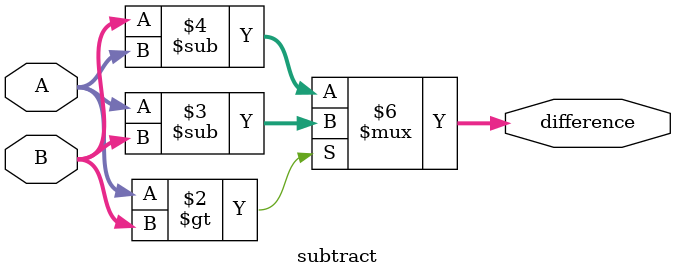
<source format=v>
`timescale 1ns / 1ps

module subtract(
    input [3:0] A,            // First 4-bit operand
    input [3:0] B,            // Second 4-bit operand
    output reg [7:0] difference // 8-bit difference output
    );
    
    always@(*) begin
        if(A > B)
            difference = A - B;    // If A greater, subtract B from A
        else
            difference = B - A;    // If B greater or equal to A, subtract A from B
    end 
endmodule

</source>
